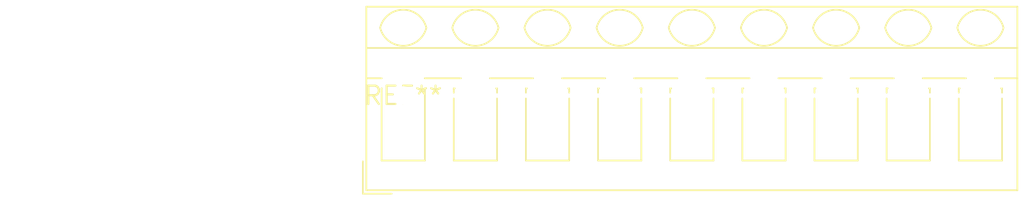
<source format=kicad_pcb>
(kicad_pcb (version 20240108) (generator pcbnew)
  (layers (0 "F.Cu" signal) (31 "B.Cu" signal) (34 "B.Paste" user) (35 "F.Paste" user) (36 "B.SilkS" user "B.Silkscreen") (37 "F.SilkS" user "F.Silkscreen") (38 "B.Mask" user) (39 "F.Mask" user) (44 "Edge.Cuts" user))
  (net 0 "")
  (footprint "TerminalBlock_RND_205-00063_1x09_P5.00mm_45Degree" (layer "F.Cu") (at 0 0)
    (property "Reference" "REF**")
    (property "Value" "TerminalBlock_RND_205-00063_1x09_P5.00mm_45Degree")
    (fp_line (start -2.8 4.56) (end -2.8 6.8) (layer "F.SilkS") (stroke (width 0.12)))
    (fp_line (start -2.8 6.8) (end -0.8 6.8) (layer "F.SilkS") (stroke (width 0.12)))
    (fp_line (start -2.56 -6.16) (end -2.56 6.56) (layer "F.SilkS") (stroke (width 0.12)))
    (fp_line (start -2.56 -6.16) (end 42.56 -6.16) (layer "F.SilkS") (stroke (width 0.12)))
    (fp_line (start -2.56 -3.301) (end 42.56 -3.301) (layer "F.SilkS") (stroke (width 0.12)))
    (fp_line (start -2.56 -1.201) (end -1.49 -1.201) (layer "F.SilkS") (stroke (width 0.12)))
    (fp_line (start -2.56 6.56) (end 42.56 6.56) (layer "F.SilkS") (stroke (width 0.12)))
    (fp_line (start -1.5 -0.5) (end -1.5 4.5) (layer "F.SilkS") (stroke (width 0.12)))
    (fp_line (start -1.5 -0.5) (end -1.49 -0.5) (layer "F.SilkS") (stroke (width 0.12)))
    (fp_line (start -1.5 4.5) (end 1.5 4.5) (layer "F.SilkS") (stroke (width 0.12)))
    (fp_line (start 1.49 -1.201) (end 4 -1.201) (layer "F.SilkS") (stroke (width 0.12)))
    (fp_line (start 1.49 -0.5) (end 1.5 -0.5) (layer "F.SilkS") (stroke (width 0.12)))
    (fp_line (start 1.5 -0.5) (end 1.5 4.5) (layer "F.SilkS") (stroke (width 0.12)))
    (fp_line (start 3.5 -0.5) (end 3.5 -0.202) (layer "F.SilkS") (stroke (width 0.12)))
    (fp_line (start 3.5 -0.5) (end 3.57 -0.5) (layer "F.SilkS") (stroke (width 0.12)))
    (fp_line (start 3.5 0.202) (end 3.5 4.5) (layer "F.SilkS") (stroke (width 0.12)))
    (fp_line (start 3.5 4.5) (end 6.5 4.5) (layer "F.SilkS") (stroke (width 0.12)))
    (fp_line (start 6.001 -1.201) (end 9 -1.201) (layer "F.SilkS") (stroke (width 0.12)))
    (fp_line (start 6.431 -0.5) (end 6.5 -0.5) (layer "F.SilkS") (stroke (width 0.12)))
    (fp_line (start 6.5 -0.5) (end 6.5 -0.202) (layer "F.SilkS") (stroke (width 0.12)))
    (fp_line (start 6.5 0.202) (end 6.5 4.5) (layer "F.SilkS") (stroke (width 0.12)))
    (fp_line (start 8.5 -0.5) (end 8.5 -0.202) (layer "F.SilkS") (stroke (width 0.12)))
    (fp_line (start 8.5 -0.5) (end 8.57 -0.5) (layer "F.SilkS") (stroke (width 0.12)))
    (fp_line (start 8.5 0.202) (end 8.5 4.5) (layer "F.SilkS") (stroke (width 0.12)))
    (fp_line (start 8.5 4.5) (end 11.5 4.5) (layer "F.SilkS") (stroke (width 0.12)))
    (fp_line (start 11.001 -1.201) (end 14 -1.201) (layer "F.SilkS") (stroke (width 0.12)))
    (fp_line (start 11.431 -0.5) (end 11.5 -0.5) (layer "F.SilkS") (stroke (width 0.12)))
    (fp_line (start 11.5 -0.5) (end 11.5 -0.202) (layer "F.SilkS") (stroke (width 0.12)))
    (fp_line (start 11.5 0.202) (end 11.5 4.5) (layer "F.SilkS") (stroke (width 0.12)))
    (fp_line (start 13.5 -0.5) (end 13.5 -0.202) (layer "F.SilkS") (stroke (width 0.12)))
    (fp_line (start 13.5 -0.5) (end 13.57 -0.5) (layer "F.SilkS") (stroke (width 0.12)))
    (fp_line (start 13.5 0.202) (end 13.5 4.5) (layer "F.SilkS") (stroke (width 0.12)))
    (fp_line (start 13.5 4.5) (end 16.5 4.5) (layer "F.SilkS") (stroke (width 0.12)))
    (fp_line (start 16.001 -1.201) (end 19 -1.201) (layer "F.SilkS") (stroke (width 0.12)))
    (fp_line (start 16.431 -0.5) (end 16.5 -0.5) (layer "F.SilkS") (stroke (width 0.12)))
    (fp_line (start 16.5 -0.5) (end 16.5 -0.202) (layer "F.SilkS") (stroke (width 0.12)))
    (fp_line (start 16.5 0.202) (end 16.5 4.5) (layer "F.SilkS") (stroke (width 0.12)))
    (fp_line (start 18.5 -0.5) (end 18.5 -0.202) (layer "F.SilkS") (stroke (width 0.12)))
    (fp_line (start 18.5 -0.5) (end 18.57 -0.5) (layer "F.SilkS") (stroke (width 0.12)))
    (fp_line (start 18.5 0.202) (end 18.5 4.5) (layer "F.SilkS") (stroke (width 0.12)))
    (fp_line (start 18.5 4.5) (end 21.5 4.5) (layer "F.SilkS") (stroke (width 0.12)))
    (fp_line (start 21.001 -1.201) (end 24 -1.201) (layer "F.SilkS") (stroke (width 0.12)))
    (fp_line (start 21.431 -0.5) (end 21.5 -0.5) (layer "F.SilkS") (stroke (width 0.12)))
    (fp_line (start 21.5 -0.5) (end 21.5 -0.202) (layer "F.SilkS") (stroke (width 0.12)))
    (fp_line (start 21.5 0.202) (end 21.5 4.5) (layer "F.SilkS") (stroke (width 0.12)))
    (fp_line (start 23.5 -0.5) (end 23.5 -0.202) (layer "F.SilkS") (stroke (width 0.12)))
    (fp_line (start 23.5 -0.5) (end 23.57 -0.5) (layer "F.SilkS") (stroke (width 0.12)))
    (fp_line (start 23.5 0.202) (end 23.5 4.5) (layer "F.SilkS") (stroke (width 0.12)))
    (fp_line (start 23.5 4.5) (end 26.5 4.5) (layer "F.SilkS") (stroke (width 0.12)))
    (fp_line (start 26.001 -1.201) (end 29 -1.201) (layer "F.SilkS") (stroke (width 0.12)))
    (fp_line (start 26.431 -0.5) (end 26.5 -0.5) (layer "F.SilkS") (stroke (width 0.12)))
    (fp_line (start 26.5 -0.5) (end 26.5 -0.202) (layer "F.SilkS") (stroke (width 0.12)))
    (fp_line (start 26.5 0.202) (end 26.5 4.5) (layer "F.SilkS") (stroke (width 0.12)))
    (fp_line (start 28.5 -0.5) (end 28.5 -0.202) (layer "F.SilkS") (stroke (width 0.12)))
    (fp_line (start 28.5 -0.5) (end 28.57 -0.5) (layer "F.SilkS") (stroke (width 0.12)))
    (fp_line (start 28.5 0.202) (end 28.5 4.5) (layer "F.SilkS") (stroke (width 0.12)))
    (fp_line (start 28.5 4.5) (end 31.5 4.5) (layer "F.SilkS") (stroke (width 0.12)))
    (fp_line (start 31.001 -1.201) (end 34 -1.201) (layer "F.SilkS") (stroke (width 0.12)))
    (fp_line (start 31.431 -0.5) (end 31.5 -0.5) (layer "F.SilkS") (stroke (width 0.12)))
    (fp_line (start 31.5 -0.5) (end 31.5 -0.202) (layer "F.SilkS") (stroke (width 0.12)))
    (fp_line (start 31.5 0.202) (end 31.5 4.5) (layer "F.SilkS") (stroke (width 0.12)))
    (fp_line (start 33.5 -0.5) (end 33.5 -0.202) (layer "F.SilkS") (stroke (width 0.12)))
    (fp_line (start 33.5 -0.5) (end 33.57 -0.5) (layer "F.SilkS") (stroke (width 0.12)))
    (fp_line (start 33.5 0.202) (end 33.5 4.5) (layer "F.SilkS") (stroke (width 0.12)))
    (fp_line (start 33.5 4.5) (end 36.5 4.5) (layer "F.SilkS") (stroke (width 0.12)))
    (fp_line (start 36.001 -1.201) (end 39 -1.201) (layer "F.SilkS") (stroke (width 0.12)))
    (fp_line (start 36.431 -0.5) (end 36.5 -0.5) (layer "F.SilkS") (stroke (width 0.12)))
    (fp_line (start 36.5 -0.5) (end 36.5 -0.202) (layer "F.SilkS") (stroke (width 0.12)))
    (fp_line (start 36.5 0.202) (end 36.5 4.5) (layer "F.SilkS") (stroke (width 0.12)))
    (fp_line (start 38.5 -0.5) (end 38.5 -0.202) (layer "F.SilkS") (stroke (width 0.12)))
    (fp_line (start 38.5 -0.5) (end 38.57 -0.5) (layer "F.SilkS") (stroke (width 0.12)))
    (fp_line (start 38.5 0.202) (end 38.5 4.5) (layer "F.SilkS") (stroke (width 0.12)))
    (fp_line (start 38.5 4.5) (end 41.5 4.5) (layer "F.SilkS") (stroke (width 0.12)))
    (fp_line (start 41.001 -1.201) (end 42.56 -1.201) (layer "F.SilkS") (stroke (width 0.12)))
    (fp_line (start 41.431 -0.5) (end 41.5 -0.5) (layer "F.SilkS") (stroke (width 0.12)))
    (fp_line (start 41.5 -0.5) (end 41.5 -0.202) (layer "F.SilkS") (stroke (width 0.12)))
    (fp_line (start 41.5 0.202) (end 41.5 4.5) (layer "F.SilkS") (stroke (width 0.12)))
    (fp_line (start 42.56 -6.16) (end 42.56 6.56) (layer "F.SilkS") (stroke (width 0.12)))
    (fp_arc (start -1.600914 -4.700344) (mid 0.000177 -5.95097) (end 1.601 -4.7) (layer "F.SilkS") (stroke (width 0.12)))
    (fp_arc (start 1.6 -4.7) (mid -6.4e-05 -3.45) (end -1.600031 -4.700125) (layer "F.SilkS") (stroke (width 0.12)))
    (fp_arc (start 3.399086 -4.700344) (mid 5.000177 -5.95097) (end 6.601 -4.7) (layer "F.SilkS") (stroke (width 0.12)))
    (fp_arc (start 6.6 -4.7) (mid 4.999936 -3.45) (end 3.399969 -4.700125) (layer "F.SilkS") (stroke (width 0.12)))
    (fp_arc (start 8.399086 -4.700344) (mid 10.000177 -5.95097) (end 11.601 -4.7) (layer "F.SilkS") (stroke (width 0.12)))
    (fp_arc (start 11.6 -4.7) (mid 9.999936 -3.45) (end 8.399969 -4.700125) (layer "F.SilkS") (stroke (width 0.12)))
    (fp_arc (start 13.399086 -4.700344) (mid 15.000177 -5.95097) (end 16.601 -4.7) (layer "F.SilkS") (stroke (width 0.12)))
    (fp_arc (start 16.6 -4.7) (mid 14.999936 -3.45) (end 13.399969 -4.700125) (layer "F.SilkS") (stroke (width 0.12)))
    (fp_arc (start 18.399086 -4.700344) (mid 20.000177 -5.95097) (end 21.601 -4.7) (layer "F.SilkS") (stroke (width 0.12)))
    (fp_arc (start 21.6 -4.7) (mid 19.999936 -3.45) (end 18.399969 -4.700125) (layer "F.SilkS") (stroke (width 0.12)))
    (fp_arc (start 23.399086 -4.700344) (mid 25.000177 -5.95097) (end 26.601 -4.7) (layer "F.SilkS") (stroke (width 0.12)))
    (fp_arc (start 26.6 -4.7) (mid 24.999936 -3.45) (end 23.399969 -4.700125) (layer "F.SilkS") (stroke (width 0.12)))
    (fp_arc (start 28.399086 -4.700344) (mid 30.000177 -5.95097) (end 31.601 -4.7) (layer "F.SilkS") (stroke (width 0.12)))
    (fp_arc (start 31.6 -4.7) (mid 29.999936 -3.45) (end 28.399969 -4.700125) (layer "F.SilkS") (stroke (width 0.12)))
    (fp_arc (start 33.399086 -4.700344) (mid 35.000177 -5.95097) (end 36.601 -4.7) (layer "F.SilkS") (stroke (width 0.12)))
    (fp_arc (start 36.6 -4.7) (mid 34.999936 -3.45) (end 33.399969 -4.700125) (layer "F.SilkS") (stroke (width 0.12)))
    (fp_arc (start 38.399086 -4.700344) (mid 40.000177 -5.95097) (end 41.601 -4.7) (layer "F.SilkS") (stroke (width 0.12)))
    (fp_arc (start 41.6 -4.7) (mid 39.999936 -3.45) (end 38.399969 -4.700125) (layer "F.SilkS") (stroke (width 0.12)))
    (pad "1" thru_hole rect (at 0 0) (size 2.5 2.5) (drill 1.3) (layers *.Cu *.Mask) (remove_unused_layers))
    (pad "2" thru_hole circle (at 5 0) (size 2.5 2.5) (drill 1.3) (layers *.Cu *.Mask) (remove_unused_layers))
    (pad "3" thru_hole circle (at 10 0) (size 2.5 2.5) (drill 1.3) (layers *.Cu *.Mask) (remove_unused_layers))
    (pad "4" thru_hole circle (at 15 0) (size 2.5 2.5) (drill 1.3) (layers *.Cu *.Mask) (remove_unused_layers))
    (pad "5" thru_hole circle (at 20 0) (size 2.5 2.5) (drill 1.3) (layers *.Cu *.Mask) (remove_unused_layers))
    (pad "6" thru_hole circle (at 25 0) (size 2.5 2.5) (drill 1.3) (layers *.Cu *.Mask) (remove_unused_layers))
    (pad "7" thru_hole circle (at 30 0) (size 2.5 2.5) (drill 1.3) (layers *.Cu *.Mask) (remove_unused_layers))
    (pad "8" thru_hole circle (at 35 0) (size 2.5 2.5) (drill 1.3) (layers *.Cu *.Mask) (remove_unused_layers))
    (pad "9" thru_hole circle (at 40 0) (size 2.5 2.5) (drill 1.3) (layers *.Cu *.Mask) (remove_unused_layers))
  )
)
</source>
